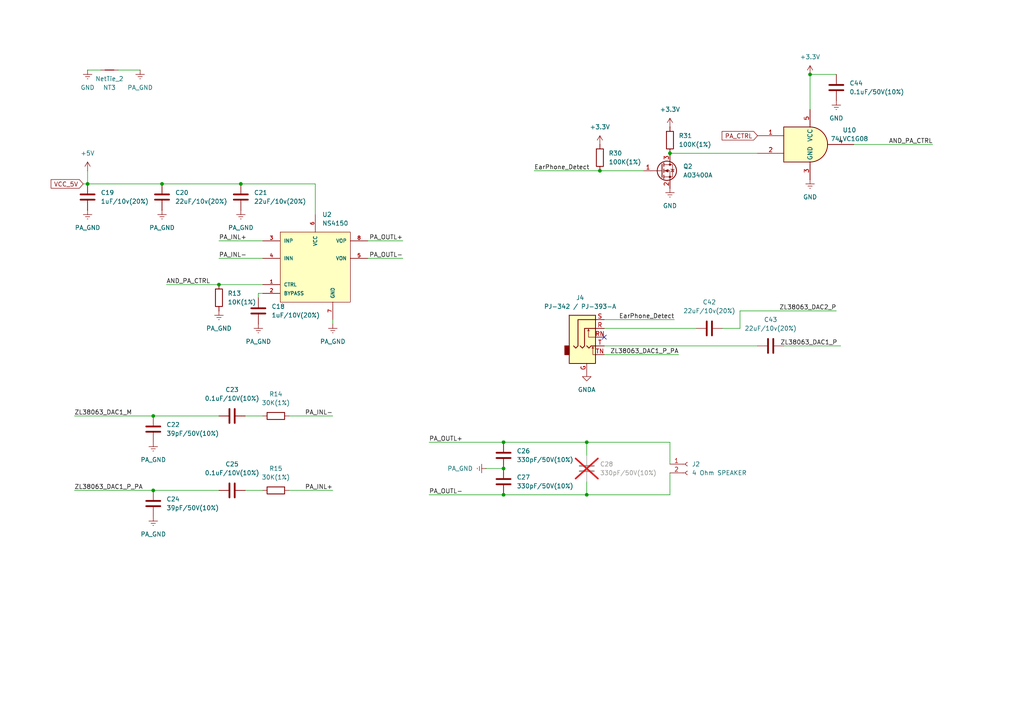
<source format=kicad_sch>
(kicad_sch (version 20231120) (generator "eeschema") (generator_version "8.0")
  (paper "A4")
  (lib_symbols
    (symbol "74xGxx:74LVC1G08"
      (property "Reference" "U" (at -5.08 7.62 0))
      (property "Value" "74LVC1G08" (at 7.62 -7.62 0))
      (symbol "74LVC1G08_0_1"
        (arc (start 0 -5.08) (mid 5.0579 0) (end 0 5.08) (stroke (width 0.254)) (fill (type background)))
        (polyline (pts (xy 0 -5.08) (xy -7.62 -5.08) (xy -7.62 5.08) (xy 0 5.08)) (stroke (width 0.254)) (fill (type background)))
      )
      (symbol "74LVC1G08_1_1"
        (pin input line (at -15.24 2.54 0) (length 7.62) (name "~") (number "1"))
        (pin input line (at -15.24 -2.54 0) (length 7.62) (name "~") (number "2"))
        (pin power_in line (at 0 -10.16 90) (length 5.08) (name "GND") (number "3"))
        (pin output line (at 12.7 0 180) (length 7.62) (name "~") (number "4"))
        (pin power_in line (at 0 10.16 270) (length 5.08) (name "VCC") (number "5"))
      )
    )
    (symbol "Connector:Conn_01x02_Socket" (pin_names (offset 1.016) hide)
      (property "Reference" "J" (at 0 2.54 0))
      (property "Value" "Conn_01x02_Socket" (at 0 -5.08 0))
      (symbol "Conn_01x02_Socket_1_1"
        (arc (start 0 -2.032) (mid -0.5058 -2.54) (end 0 -3.048) (stroke (width 0.1524)))
        (polyline (pts (xy -1.27 -2.54) (xy -0.508 -2.54)) (stroke (width 0.1524)))
        (polyline (pts (xy -1.27 0) (xy -0.508 0)) (stroke (width 0.1524)))
        (arc (start 0 0.508) (mid -0.5058 0) (end 0 -0.508) (stroke (width 0.1524)))
        (pin passive line (at -5.08 0 0) (length 3.81) (name "Pin_1") (number "1"))
        (pin passive line (at -5.08 -2.54 0) (length 3.81) (name "Pin_2") (number "2"))
      )
    )
    (symbol "Connector_Audio:AudioJack3_Ground_SwitchTR"
      (property "Reference" "J" (at 0 8.89 0))
      (property "Value" "AudioJack3_Ground_SwitchTR" (at 0 6.35 0))
      (symbol "AudioJack3_Ground_SwitchTR_0_1"
        (rectangle (start -5.08 -5.08) (end -6.35 -7.62) (stroke (width 0.254)) (fill (type outline)))
        (polyline (pts (xy 0.508 -0.254) (xy 0.762 -0.762)))
        (polyline (pts (xy 1.778 -5.334) (xy 2.032 -5.842)))
        (polyline (pts (xy 0 -5.08) (xy 0.635 -5.715) (xy 1.27 -5.08) (xy 2.54 -5.08)) (stroke (width 0.254)))
        (polyline (pts (xy 2.54 -7.62) (xy 1.778 -7.62) (xy 1.778 -5.334) (xy 1.524 -5.842)))
        (polyline (pts (xy 2.54 -2.54) (xy 0.508 -2.54) (xy 0.508 -0.254) (xy 0.254 -0.762)))
        (polyline (pts (xy -1.905 -5.08) (xy -1.27 -5.715) (xy -0.635 -5.08) (xy -0.635 0) (xy 2.54 0)) (stroke (width 0.254)))
        (polyline (pts (xy 2.54 2.54) (xy -2.54 2.54) (xy -2.54 -5.08) (xy -3.175 -5.715) (xy -3.81 -5.08)) (stroke (width 0.254)))
        (rectangle (start 2.54 3.81) (end -5.08 -10.16) (stroke (width 0.254)) (fill (type background)))
      )
      (symbol "AudioJack3_Ground_SwitchTR_1_1"
        (pin passive line (at 0 -12.7 90) (length 2.54) (name "~") (number "G"))
        (pin passive line (at 5.08 0 180) (length 2.54) (name "~") (number "R"))
        (pin passive line (at 5.08 -2.54 180) (length 2.54) (name "~") (number "RN"))
        (pin passive line (at 5.08 2.54 180) (length 2.54) (name "~") (number "S"))
        (pin passive line (at 5.08 -5.08 180) (length 2.54) (name "~") (number "T"))
        (pin passive line (at 5.08 -7.62 180) (length 2.54) (name "~") (number "TN"))
      )
    )
    (symbol "Device:C" (pin_numbers hide) (pin_names (offset 0.254))
      (property "Reference" "C" (at 0.635 2.54 0))
      (property "Value" "C" (at 0.635 -2.54 0))
      (symbol "C_0_1"
        (polyline (pts (xy -2.032 -0.762) (xy 2.032 -0.762)) (stroke (width 0.508)))
        (polyline (pts (xy -2.032 0.762) (xy 2.032 0.762)) (stroke (width 0.508)))
      )
      (symbol "C_1_1"
        (pin passive line (at 0 3.81 270) (length 2.794) (name "~") (number "1"))
        (pin passive line (at 0 -3.81 90) (length 2.794) (name "~") (number "2"))
      )
    )
    (symbol "Device:NetTie_2" (pin_numbers hide) (pin_names (offset 0) hide) (in_bom no)
      (property "Reference" "NT" (at 0 1.27 0))
      (property "Value" "NetTie_2" (at 0 -1.27 0))
      (symbol "NetTie_2_0_1"
        (polyline (pts (xy -1.27 0) (xy 1.27 0)) (stroke (width 0.254)))
      )
      (symbol "NetTie_2_1_1"
        (pin passive line (at -2.54 0 0) (length 2.54) (name "1") (number "1"))
        (pin passive line (at 2.54 0 180) (length 2.54) (name "2") (number "2"))
      )
    )
    (symbol "Device:R" (pin_numbers hide) (pin_names (offset 0))
      (property "Reference" "R" (at 2.032 0 90))
      (property "Value" "R" (at 0 0 90))
      (symbol "R_0_1"
        (rectangle (start -1.016 -2.54) (end 1.016 2.54) (stroke (width 0.254)))
      )
      (symbol "R_1_1"
        (pin passive line (at 0 3.81 270) (length 1.27) (name "~") (number "1"))
        (pin passive line (at 0 -3.81 90) (length 1.27) (name "~") (number "2"))
      )
    )
    (symbol "NS4150:NS4150" (pin_names (offset 1.016))
      (property "Reference" "U" (at -10.16 10.16 0))
      (property "Value" "NS4150" (at -10.16 -12.7 0))
      (symbol "NS4150_0_0"
        (rectangle (start -10.16 10.16) (end 10.16 -10.16) (stroke (width 0.1524)) (fill (type background)))
        (pin bidirectional line (at -15.24 -5.08 0) (length 5.08) (name "CTRL") (number "1"))
        (pin bidirectional line (at -15.24 -7.62 0) (length 5.08) (name "BYPASS") (number "2"))
        (pin bidirectional line (at -15.24 7.62 0) (length 5.08) (name "INP") (number "3"))
        (pin bidirectional line (at -15.24 2.54 0) (length 5.08) (name "INN") (number "4"))
        (pin bidirectional line (at 15.24 2.54 180) (length 5.08) (name "VON") (number "5"))
        (pin bidirectional line (at 0 15.24 270) (length 5.08) (name "VCC") (number "6"))
        (pin bidirectional line (at 5.08 -15.24 90) (length 5.08) (name "GND") (number "7"))
        (pin bidirectional line (at 15.24 7.62 180) (length 5.08) (name "VOP") (number "8"))
      )
    )
    (symbol "Transistor_FET:AO3400A" (pin_names hide)
      (property "Reference" "Q" (at 5.08 1.905 0))
      (property "Value" "AO3400A" (at 5.08 0 0))
      (symbol "AO3400A_0_1"
        (polyline (pts (xy 0.254 0) (xy -2.54 0)))
        (polyline (pts (xy 0.254 1.905) (xy 0.254 -1.905)) (stroke (width 0.254)))
        (polyline (pts (xy 0.762 -1.27) (xy 0.762 -2.286)) (stroke (width 0.254)))
        (polyline (pts (xy 0.762 0.508) (xy 0.762 -0.508)) (stroke (width 0.254)))
        (polyline (pts (xy 0.762 2.286) (xy 0.762 1.27)) (stroke (width 0.254)))
        (polyline (pts (xy 2.54 2.54) (xy 2.54 1.778)))
        (polyline (pts (xy 2.54 -2.54) (xy 2.54 0) (xy 0.762 0)))
        (polyline (pts (xy 0.762 -1.778) (xy 3.302 -1.778) (xy 3.302 1.778) (xy 0.762 1.778)))
        (polyline (pts (xy 1.016 0) (xy 2.032 0.381) (xy 2.032 -0.381) (xy 1.016 0)) (fill (type outline)))
        (polyline (pts (xy 2.794 0.508) (xy 2.921 0.381) (xy 3.683 0.381) (xy 3.81 0.254)))
        (polyline (pts (xy 3.302 0.381) (xy 2.921 -0.254) (xy 3.683 -0.254) (xy 3.302 0.381)))
        (circle (center 1.651 0) (radius 2.794) (stroke (width 0.254)))
        (circle (center 2.54 -1.778) (radius 0.254) (fill (type outline)))
        (circle (center 2.54 1.778) (radius 0.254) (fill (type outline)))
      )
      (symbol "AO3400A_1_1"
        (pin input line (at -5.08 0 0) (length 2.54) (name "G") (number "1"))
        (pin passive line (at 2.54 -5.08 90) (length 2.54) (name "S") (number "2"))
        (pin passive line (at 2.54 5.08 270) (length 2.54) (name "D") (number "3"))
      )
    )
    (symbol "power:+3.3V" (power) (pin_numbers hide) (pin_names (offset 0) hide)
      (property "Value" "+3.3V" (at 0 3.556 0))
      (symbol "+3.3V_0_1"
        (polyline (pts (xy -0.762 1.27) (xy 0 2.54)))
        (polyline (pts (xy 0 0) (xy 0 2.54)))
        (polyline (pts (xy 0 2.54) (xy 0.762 1.27)))
      )
      (symbol "+3.3V_1_1"
        (pin power_in line (at 0 0 90) (length 0) (name "~") (number "1"))
      )
    )
    (symbol "power:+5V" (power) (pin_numbers hide) (pin_names (offset 0) hide)
      (property "Value" "+5V" (at 0 3.556 0))
      (symbol "+5V_0_1"
        (polyline (pts (xy -0.762 1.27) (xy 0 2.54)))
        (polyline (pts (xy 0 0) (xy 0 2.54)))
        (polyline (pts (xy 0 2.54) (xy 0.762 1.27)))
      )
      (symbol "+5V_1_1"
        (pin power_in line (at 0 0 90) (length 0) (name "~") (number "1"))
      )
    )
    (symbol "power:Earth" (power) (pin_numbers hide) (pin_names (offset 0) hide)
      (property "Value" "Earth" (at 0 -3.81 0))
      (symbol "Earth_0_1"
        (polyline (pts (xy -0.635 -1.905) (xy 0.635 -1.905)))
        (polyline (pts (xy -0.127 -2.54) (xy 0.127 -2.54)))
        (polyline (pts (xy 0 -1.27) (xy 0 0)))
        (polyline (pts (xy 1.27 -1.27) (xy -1.27 -1.27)))
      )
      (symbol "Earth_1_1"
        (pin power_in line (at 0 0 270) (length 0) (name "~") (number "1"))
      )
    )
    (symbol "power:GNDA" (power) (pin_numbers hide) (pin_names (offset 0) hide)
      (property "Value" "GNDA" (at 0 -3.81 0))
      (symbol "GNDA_0_1"
        (polyline (pts (xy 0 0) (xy 0 -1.27) (xy 1.27 -1.27) (xy 0 -2.54) (xy -1.27 -1.27) (xy 0 -1.27)))
      )
      (symbol "GNDA_1_1"
        (pin power_in line (at 0 0 270) (length 0) (name "~") (number "1"))
      )
    )
  )
  (junction (at 25.4 53.34))
  (junction (at 146.05 143.51))
  (junction (at 44.45 142.24))
  (junction (at 170.18 143.51))
  (junction (at 173.99 49.53))
  (junction (at 69.85 53.34))
  (junction (at 46.99 53.34))
  (junction (at 234.95 21.59))
  (junction (at 44.45 120.65))
  (junction (at 146.05 135.89))
  (junction (at 170.18 128.27))
  (junction (at 194.31 44.45))
  (junction (at 63.5 82.55))
  (junction (at 146.05 128.27))
  (no_connect (at 175.26 97.79))
  (wire (pts (xy 34.29 20.32) (xy 40.64 20.32)))
  (wire (pts (xy 25.4 20.32) (xy 29.21 20.32)))
  (wire (pts (xy 173.99 49.53) (xy 186.69 49.53)))
  (wire (pts (xy 83.82 120.65) (xy 96.52 120.65)))
  (wire (pts (xy 196.85 102.87) (xy 175.26 102.87)))
  (wire (pts (xy 21.59 120.65) (xy 44.45 120.65)))
  (wire (pts (xy 214.63 90.17) (xy 214.63 95.25)))
  (wire (pts (xy 25.4 53.34) (xy 24.13 53.34)))
  (wire (pts (xy 124.46 128.27) (xy 146.05 128.27)))
  (wire (pts (xy 194.31 128.27) (xy 170.18 128.27)))
  (wire (pts (xy 21.59 142.24) (xy 44.45 142.24)))
  (wire (pts (xy 194.31 134.62) (xy 194.31 128.27)))
  (wire (pts (xy 201.93 95.25) (xy 175.26 95.25)))
  (wire (pts (xy 140.97 135.89) (xy 146.05 135.89)))
  (wire (pts (xy 44.45 142.24) (xy 63.5 142.24)))
  (wire (pts (xy 170.18 139.7) (xy 170.18 143.51)))
  (wire (pts (xy 74.93 85.09) (xy 76.2 85.09)))
  (wire (pts (xy 219.71 100.33) (xy 175.26 100.33)))
  (wire (pts (xy 234.95 21.59) (xy 234.95 31.75)))
  (wire (pts (xy 247.65 41.91) (xy 270.51 41.91)))
  (wire (pts (xy 96.52 93.98) (xy 96.52 92.71)))
  (wire (pts (xy 63.5 82.55) (xy 48.26 82.55)))
  (wire (pts (xy 170.18 143.51) (xy 146.05 143.51)))
  (wire (pts (xy 25.4 53.34) (xy 46.99 53.34)))
  (wire (pts (xy 25.4 49.53) (xy 25.4 53.34)))
  (wire (pts (xy 175.26 92.71) (xy 195.58 92.71)))
  (wire (pts (xy 170.18 128.27) (xy 146.05 128.27)))
  (wire (pts (xy 91.44 62.23) (xy 91.44 53.34)))
  (wire (pts (xy 83.82 142.24) (xy 96.52 142.24)))
  (wire (pts (xy 76.2 120.65) (xy 71.12 120.65)))
  (wire (pts (xy 194.31 44.45) (xy 219.71 44.45)))
  (wire (pts (xy 154.94 49.53) (xy 173.99 49.53)))
  (wire (pts (xy 74.93 85.09) (xy 74.93 86.36)))
  (wire (pts (xy 214.63 90.17) (xy 242.57 90.17)))
  (wire (pts (xy 46.99 53.34) (xy 69.85 53.34)))
  (wire (pts (xy 76.2 82.55) (xy 63.5 82.55)))
  (wire (pts (xy 116.84 74.93) (xy 106.68 74.93)))
  (wire (pts (xy 44.45 120.65) (xy 63.5 120.65)))
  (wire (pts (xy 124.46 143.51) (xy 146.05 143.51)))
  (wire (pts (xy 91.44 53.34) (xy 69.85 53.34)))
  (wire (pts (xy 214.63 95.25) (xy 209.55 95.25)))
  (wire (pts (xy 63.5 69.85) (xy 76.2 69.85)))
  (wire (pts (xy 170.18 132.08) (xy 170.18 128.27)))
  (wire (pts (xy 116.84 69.85) (xy 106.68 69.85)))
  (wire (pts (xy 76.2 142.24) (xy 71.12 142.24)))
  (wire (pts (xy 194.31 137.16) (xy 194.31 143.51)))
  (wire (pts (xy 63.5 74.93) (xy 76.2 74.93)))
  (wire (pts (xy 234.95 21.59) (xy 242.57 21.59)))
  (wire (pts (xy 194.31 143.51) (xy 170.18 143.51)))
  (wire (pts (xy 243.84 100.33) (xy 227.33 100.33)))
  (label "ZL38063_DAC1_P_PA" (at 21.59 142.24 0))
  (label "ZL38063_DAC2_P" (at 242.57 90.17 180))
  (label "PA_OUTL+" (at 116.84 69.85 180))
  (label "PA_OUTL-" (at 116.84 74.93 180))
  (label "AND_PA_CTRL" (at 270.51 41.91 180))
  (label "AND_PA_CTRL" (at 48.26 82.55 0))
  (label "ZL38063_DAC1_P " (at 243.84 100.33 180))
  (label "EarPhone_Detect" (at 195.58 92.71 180))
  (label "EarPhone_Detect" (at 154.94 49.53 0))
  (label "PA_INL+" (at 96.52 142.24 180))
  (label "PA_INL-" (at 96.52 120.65 180))
  (label "PA_INL+" (at 63.5 69.85 0))
  (label "PA_OUTL+" (at 124.46 128.27 0))
  (label "ZL38063_DAC1_M" (at 21.59 120.65 0))
  (label "PA_INL-" (at 63.5 74.93 0))
  (label "PA_OUTL-" (at 124.46 143.51 0))
  (label "ZL38063_DAC1_P_PA" (at 196.85 102.87 180))
  (global_label "VCC_5V" (shape input) (at 24.13 53.34 180) (property "Intersheetrefs" "${INTERSHEET_REFS}" (effects (hide yes))))
  (global_label "PA_CTRL" (shape input) (at 219.71 39.37 180) (property "Intersheetrefs" "${INTERSHEET_REFS}" (effects (hide yes))))
  (symbol (lib_id "Device:C") (at 69.85 57.15 0) (unit 1)
    (property "Reference" "C21" (at 73.66 55.8799 0) (effects (justify left)))
    (property "Value" "22uF/10v(20%)" (at 73.66 58.4199 0) (effects (justify left)))
    (property "Footprint" "Capacitor_SMD:C_0603_1608Metric" (effects (hide yes)))
    (property "Description" "Unpolarized capacitor" (effects (hide yes)))
  )
  (symbol (lib_id "power:+5V") (at 25.4 49.53 0) (unit 1)
    (property "Reference" "#PWR049" (effects (hide yes)))
    (property "Value" "+5V" (at 25.4 44.45 0))
    (property "Description" "Power symbol creates a global label with name \"+5V\"" (effects (hide yes)))
  )
  (symbol (lib_id "Device:C") (at 44.45 146.05 0) (unit 1)
    (property "Reference" "C24" (at 48.26 144.7799 0) (effects (justify left)))
    (property "Value" "39pF/50V(10%)" (at 48.26 147.3199 0) (effects (justify left)))
    (property "Footprint" "Capacitor_SMD:C_0603_1608Metric" (effects (hide yes)))
    (property "Description" "Unpolarized capacitor" (effects (hide yes)))
  )
  (symbol (lib_id "power:Earth") (at 40.64 20.32 0) (unit 1)
    (property "Reference" "#PWR041" (effects (hide yes)))
    (property "Value" "PA_GND" (at 40.64 25.4 0))
    (property "Description" "Power symbol creates a global label with name \"Earth\"" (effects (hide yes)))
  )
  (symbol (lib_id "Device:NetTie_2") (at 31.75 20.32 180) (unit 1) (in_bom no)
    (property "Reference" "NT3" (at 31.75 25.4 0))
    (property "Value" "NetTie_2" (at 31.75 22.86 0))
    (property "Footprint" "NetTie:NetTie-2_SMD_Pad0.5mm" (effects (hide yes)))
    (property "Description" "Net tie, 2 pins" (effects (hide yes)))
  )
  (symbol (lib_id "NS4150:NS4150") (at 91.44 77.47 0) (unit 1)
    (property "Reference" "U2" (at 93.4594 62.23 0) (effects (justify left)))
    (property "Value" "NS4150" (at 93.4594 64.77 0) (effects (justify left)))
    (property "Footprint" "Package_SO:MSOP-8_3x3mm_P0.65mm" (effects (hide yes)))
    (property "Datasheet" "http://inder.cn/WJXZ/nsiway/InderNS4150EN.PDF" (effects (hide yes)))
    (property "Description" "3W Mono Clas D Audio Amplifier" (effects (hide yes)))
    (property "MF" "NSIWAY" (effects (hide yes)))
    (property "Description_1" "\nLow EMI, Filterless,3W Mono Class D Audio Amplifier\n" (effects (hide yes)))
    (property "Package" "Package" (effects (hide yes)))
    (property "Price" "None" (effects (hide yes)))
    (property "SnapEDA_Link" "https://www.snapeda.com/parts/NS4150/NSIWAY/view-part/?ref=snap" (effects (hide yes)))
    (property "MP" "NS4150" (effects (hide yes)))
    (property "Availability" "Not in stock" (effects (hide yes)))
    (property "Check_prices" "https://www.snapeda.com/parts/NS4150/NSIWAY/view-part/?ref=eda" (effects (hide yes)))
  )
  (symbol (lib_id "Device:C") (at 146.05 132.08 0) (unit 1)
    (property "Reference" "C26" (at 149.86 130.8099 0) (effects (justify left)))
    (property "Value" "330pF/50V(10%)" (at 149.86 133.3499 0) (effects (justify left)))
    (property "Footprint" "Capacitor_SMD:C_0603_1608Metric" (effects (hide yes)))
    (property "Description" "Unpolarized capacitor" (effects (hide yes)))
  )
  (symbol (lib_id "power:Earth") (at 69.85 60.96 0) (unit 1)
    (property "Reference" "#PWR047" (effects (hide yes)))
    (property "Value" "PA_GND" (at 69.85 66.04 0))
    (property "Description" "Power symbol creates a global label with name \"Earth\"" (effects (hide yes)))
  )
  (symbol (lib_id "power:Earth") (at 44.45 128.27 0) (unit 1)
    (property "Reference" "#PWR048" (effects (hide yes)))
    (property "Value" "PA_GND" (at 44.45 133.35 0))
    (property "Description" "Power symbol creates a global label with name \"Earth\"" (effects (hide yes)))
  )
  (symbol (lib_id "Device:C") (at 67.31 120.65 90) (unit 1)
    (property "Reference" "C23" (at 67.31 113.03 90))
    (property "Value" "0.1uF/10V(10%)" (at 67.31 115.57 90))
    (property "Footprint" "Capacitor_SMD:C_0603_1608Metric" (effects (hide yes)))
    (property "Description" "Unpolarized capacitor" (effects (hide yes)))
  )
  (symbol (lib_id "power:+3.3V") (at 194.31 36.83 0) (unit 1)
    (property "Reference" "#PWR0112" (effects (hide yes)))
    (property "Value" "+3.3V" (at 194.31 31.75 0))
    (property "Description" "Power symbol creates a global label with name \"+3.3V\"" (effects (hide yes)))
  )
  (symbol (lib_id "power:Earth") (at 242.57 29.21 0) (unit 1)
    (property "Reference" "#PWR0115" (effects (hide yes)))
    (property "Value" "GND" (at 242.57 34.29 0))
    (property "Description" "Power symbol creates a global label with name \"Earth\"" (effects (hide yes)))
  )
  (symbol (lib_id "Device:C") (at 223.52 100.33 90) (unit 1)
    (property "Reference" "C43" (at 223.52 92.71 90))
    (property "Value" "22uF/10v(20%)" (at 223.52 95.25 90))
    (property "Footprint" "Capacitor_SMD:C_0603_1608Metric" (effects (hide yes)))
    (property "Description" "Unpolarized capacitor" (effects (hide yes)))
  )
  (symbol (lib_id "power:+3.3V") (at 234.95 21.59 0) (unit 1)
    (property "Reference" "#PWR0113" (effects (hide yes)))
    (property "Value" "+3.3V" (at 234.95 16.51 0))
    (property "Description" "Power symbol creates a global label with name \"+3.3V\"" (effects (hide yes)))
  )
  (symbol (lib_id "power:Earth") (at 44.45 149.86 0) (unit 1)
    (property "Reference" "#PWR050" (effects (hide yes)))
    (property "Value" "PA_GND" (at 44.45 154.94 0))
    (property "Description" "Power symbol creates a global label with name \"Earth\"" (effects (hide yes)))
  )
  (symbol (lib_id "power:Earth") (at 25.4 20.32 0) (unit 1)
    (property "Reference" "#PWR040" (effects (hide yes)))
    (property "Value" "GND" (at 25.4 25.4 0))
    (property "Description" "Power symbol creates a global label with name \"Earth\"" (effects (hide yes)))
  )
  (symbol (lib_id "Device:R") (at 63.5 86.36 0) (unit 1)
    (property "Reference" "R13" (at 66.04 85.0899 0) (effects (justify left)))
    (property "Value" "10K(1%)" (at 66.04 87.6299 0) (effects (justify left)))
    (property "Footprint" "Resistor_SMD:R_0603_1608Metric" (effects (hide yes)))
    (property "Description" "Resistor" (effects (hide yes)))
  )
  (symbol (lib_id "Connector_Audio:AudioJack3_Ground_SwitchTR") (at 170.18 95.25 0) (unit 1)
    (property "Reference" "J4" (at 168.275 86.36 0))
    (property "Value" "PJ-342 / PJ-393-A" (at 168.275 88.9 0))
    (property "Footprint" "Connector_Audio:Jack_3.5mm_PJ311_Horizontal" (effects (hide yes)))
    (property "Description" "Audio Jack, 3 Poles (Stereo / TRS), Grounded Sleeve, Switched TR Poles (Normalling)" (effects (hide yes)))
  )
  (symbol (lib_id "power:+3.3V") (at 173.99 41.91 0) (unit 1)
    (property "Reference" "#PWR0118" (effects (hide yes)))
    (property "Value" "+3.3V" (at 173.99 36.83 0))
    (property "Description" "Power symbol creates a global label with name \"+3.3V\"" (effects (hide yes)))
  )
  (symbol (lib_id "power:Earth") (at 140.97 135.89 270) (unit 1)
    (property "Reference" "#PWR0117" (effects (hide yes)))
    (property "Value" "PA_GND" (at 137.16 135.8899 90) (effects (justify right)))
    (property "Description" "Power symbol creates a global label with name \"Earth\"" (effects (hide yes)))
  )
  (symbol (lib_id "power:Earth") (at 194.31 54.61 0) (unit 1)
    (property "Reference" "#PWR0119" (effects (hide yes)))
    (property "Value" "GND" (at 194.31 59.69 0))
    (property "Description" "Power symbol creates a global label with name \"Earth\"" (effects (hide yes)))
  )
  (symbol (lib_id "Device:C") (at 25.4 57.15 0) (unit 1)
    (property "Reference" "C19" (at 29.21 55.8799 0) (effects (justify left)))
    (property "Value" "1uF/10v(20%)" (at 29.21 58.4199 0) (effects (justify left)))
    (property "Footprint" "Capacitor_SMD:C_0603_1608Metric" (effects (hide yes)))
    (property "Description" "Unpolarized capacitor" (effects (hide yes)))
  )
  (symbol (lib_id "Device:C") (at 205.74 95.25 90) (unit 1)
    (property "Reference" "C42" (at 205.74 87.63 90))
    (property "Value" "22uF/10v(20%)" (at 205.74 90.17 90))
    (property "Footprint" "Capacitor_SMD:C_0603_1608Metric" (effects (hide yes)))
    (property "Description" "Unpolarized capacitor" (effects (hide yes)))
  )
  (symbol (lib_id "Device:R") (at 173.99 45.72 0) (unit 1)
    (property "Reference" "R30" (at 176.53 44.4499 0) (effects (justify left)))
    (property "Value" "100K(1%)" (at 176.53 46.9899 0) (effects (justify left)))
    (property "Footprint" "Resistor_SMD:R_0603_1608Metric" (effects (hide yes)))
    (property "Description" "Resistor" (effects (hide yes)))
  )
  (symbol (lib_id "Device:C") (at 44.45 124.46 0) (unit 1)
    (property "Reference" "C22" (at 48.26 123.1899 0) (effects (justify left)))
    (property "Value" "39pF/50V(10%)" (at 48.26 125.7299 0) (effects (justify left)))
    (property "Footprint" "Capacitor_SMD:C_0603_1608Metric" (effects (hide yes)))
    (property "Description" "Unpolarized capacitor" (effects (hide yes)))
  )
  (symbol (lib_id "Device:R") (at 80.01 142.24 90) (unit 1)
    (property "Reference" "R15" (at 80.01 135.89 90))
    (property "Value" "30K(1%)" (at 80.01 138.43 90))
    (property "Footprint" "Resistor_SMD:R_0603_1608Metric" (effects (hide yes)))
    (property "Description" "Resistor" (effects (hide yes)))
  )
  (symbol (lib_id "power:GNDA") (at 170.18 107.95 0) (unit 1)
    (property "Reference" "#PWR0111" (effects (hide yes)))
    (property "Value" "GNDA" (at 170.18 113.03 0))
    (property "Description" "Power symbol creates a global label with name \"GNDA\" , analog ground" (effects (hide yes)))
  )
  (symbol (lib_id "power:Earth") (at 234.95 52.07 0) (unit 1)
    (property "Reference" "#PWR0114" (effects (hide yes)))
    (property "Value" "GND" (at 234.95 57.15 0))
    (property "Description" "Power symbol creates a global label with name \"Earth\"" (effects (hide yes)))
  )
  (symbol (lib_id "power:Earth") (at 25.4 60.96 0) (unit 1)
    (property "Reference" "#PWR045" (effects (hide yes)))
    (property "Value" "PA_GND" (at 25.4 66.04 0))
    (property "Description" "Power symbol creates a global label with name \"Earth\"" (effects (hide yes)))
  )
  (symbol (lib_id "Transistor_FET:AO3400A") (at 191.77 49.53 0) (unit 1)
    (property "Reference" "Q2" (at 198.12 48.2599 0) (effects (justify left)))
    (property "Value" "AO3400A" (at 198.12 50.7999 0) (effects (justify left)))
    (property "Footprint" "Package_TO_SOT_SMD:SOT-23" (effects (hide yes)))
    (property "Datasheet" "http://www.aosmd.com/pdfs/datasheet/AO3400A.pdf" (effects (hide yes)))
    (property "Description" "30V Vds, 5.7A Id, N-Channel MOSFET, SOT-23" (effects (hide yes)))
  )
  (symbol (lib_id "power:Earth") (at 96.52 93.98 0) (unit 1)
    (property "Reference" "#PWR042" (effects (hide yes)))
    (property "Value" "PA_GND" (at 96.52 99.06 0))
    (property "Description" "Power symbol creates a global label with name \"Earth\"" (effects (hide yes)))
  )
  (symbol (lib_id "Device:C") (at 67.31 142.24 90) (unit 1)
    (property "Reference" "C25" (at 67.31 134.62 90))
    (property "Value" "0.1uF/10V(10%)" (at 67.31 137.16 90))
    (property "Footprint" "Capacitor_SMD:C_0603_1608Metric" (effects (hide yes)))
    (property "Description" "Unpolarized capacitor" (effects (hide yes)))
  )
  (symbol (lib_id "Device:C") (at 170.18 135.89 0) (unit 1) (in_bom no) (dnp yes)
    (property "Reference" "C28" (at 173.99 134.6199 0) (effects (justify left)))
    (property "Value" "330pF/50V(10%)" (at 173.99 137.1599 0) (effects (justify left)))
    (property "Footprint" "Capacitor_SMD:C_0603_1608Metric" (effects (hide yes)))
    (property "Description" "Unpolarized capacitor" (effects (hide yes)))
  )
  (symbol (lib_id "Device:C") (at 74.93 90.17 0) (unit 1)
    (property "Reference" "C18" (at 78.74 88.8999 0) (effects (justify left)))
    (property "Value" "1uF/10V(20%)" (at 78.74 91.4399 0) (effects (justify left)))
    (property "Footprint" "Capacitor_SMD:C_0603_1608Metric" (effects (hide yes)))
    (property "Description" "Unpolarized capacitor" (effects (hide yes)))
  )
  (symbol (lib_id "Device:C") (at 46.99 57.15 0) (unit 1)
    (property "Reference" "C20" (at 50.8 55.8799 0) (effects (justify left)))
    (property "Value" "22uF/10v(20%)" (at 50.8 58.4199 0) (effects (justify left)))
    (property "Footprint" "Capacitor_SMD:C_0603_1608Metric" (effects (hide yes)))
    (property "Description" "Unpolarized capacitor" (effects (hide yes)))
  )
  (symbol (lib_id "Connector:Conn_01x02_Socket") (at 199.39 134.62 0) (unit 1)
    (property "Reference" "J2" (at 200.66 134.6199 0) (effects (justify left)))
    (property "Value" "4 Ohm SPEAKER" (at 200.66 137.1599 0) (effects (justify left)))
    (property "Footprint" "Connector_JST:JST_PH_B2B-PH-K_1x02_P2.00mm_Vertical" (effects (hide yes)))
    (property "Description" "Generic connector, single row, 01x02, script generated" (effects (hide yes)))
  )
  (symbol (lib_id "Device:R") (at 80.01 120.65 90) (unit 1)
    (property "Reference" "R14" (at 80.01 114.3 90))
    (property "Value" "30K(1%)" (at 80.01 116.84 90))
    (property "Footprint" "Resistor_SMD:R_0603_1608Metric" (effects (hide yes)))
    (property "Description" "Resistor" (effects (hide yes)))
  )
  (symbol (lib_id "Device:R") (at 194.31 40.64 0) (unit 1)
    (property "Reference" "R31" (at 196.85 39.3699 0) (effects (justify left)))
    (property "Value" "100K(1%)" (at 196.85 41.9099 0) (effects (justify left)))
    (property "Footprint" "Resistor_SMD:R_0603_1608Metric" (effects (hide yes)))
    (property "Description" "Resistor" (effects (hide yes)))
  )
  (symbol (lib_id "power:Earth") (at 46.99 60.96 0) (unit 1)
    (property "Reference" "#PWR046" (effects (hide yes)))
    (property "Value" "PA_GND" (at 46.99 66.04 0))
    (property "Description" "Power symbol creates a global label with name \"Earth\"" (effects (hide yes)))
  )
  (symbol (lib_id "power:Earth") (at 63.5 90.17 0) (unit 1)
    (property "Reference" "#PWR043" (effects (hide yes)))
    (property "Value" "PA_GND" (at 63.5 95.25 0))
    (property "Description" "Power symbol creates a global label with name \"Earth\"" (effects (hide yes)))
  )
  (symbol (lib_id "power:Earth") (at 74.93 93.98 0) (unit 1)
    (property "Reference" "#PWR044" (effects (hide yes)))
    (property "Value" "PA_GND" (at 74.93 99.06 0))
    (property "Description" "Power symbol creates a global label with name \"Earth\"" (effects (hide yes)))
  )
  (symbol (lib_id "Device:C") (at 242.57 25.4 180) (unit 1)
    (property "Reference" "C44" (at 246.38 24.1299 0) (effects (justify right)))
    (property "Value" "0.1uF/50V(10%)" (at 246.38 26.6699 0) (effects (justify right)))
    (property "Footprint" "Capacitor_SMD:C_0603_1608Metric" (effects (hide yes)))
    (property "Description" "Unpolarized capacitor" (effects (hide yes)))
  )
  (symbol (lib_id "Device:C") (at 146.05 139.7 0) (unit 1)
    (property "Reference" "C27" (at 149.86 138.4299 0) (effects (justify left)))
    (property "Value" "330pF/50V(10%)" (at 149.86 140.9699 0) (effects (justify left)))
    (property "Footprint" "Capacitor_SMD:C_0603_1608Metric" (effects (hide yes)))
    (property "Description" "Unpolarized capacitor" (effects (hide yes)))
  )
  (symbol (lib_id "74xGxx:74LVC1G08") (at 234.95 41.91 0) (unit 1)
    (property "Reference" "U10" (at 246.38 37.719 0))
    (property "Value" "74LVC1G08" (at 246.38 40.259 0))
    (property "Datasheet" "https://www.ti.com/lit/ds/symlink/sn74lvc1g08.pdf" (effects (hide yes)))
    (property "Description" "Single AND Gate, Low-Voltage CMOS" (effects (hide yes)))
  )
)
</source>
